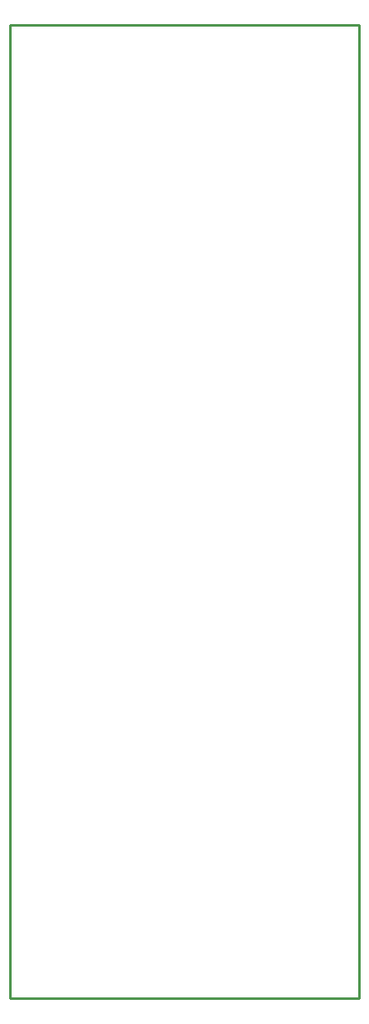
<source format=gko>
G04 EAGLE Gerber RS-274X export*
G75*
%MOMM*%
%FSLAX34Y34*%
%LPD*%
%INBoard Outline*%
%IPPOS*%
%AMOC8*
5,1,8,0,0,1.08239X$1,22.5*%
G01*
%ADD10C,0.000000*%
%ADD11C,0.254000*%


D10*
X0Y0D02*
X355600Y0D01*
X355600Y990600D02*
X0Y990600D01*
X0Y0D01*
X355600Y0D02*
X355600Y990600D01*
D11*
X0Y0D02*
X355600Y0D01*
X355600Y990600D01*
X0Y990600D01*
X0Y0D01*
M02*

</source>
